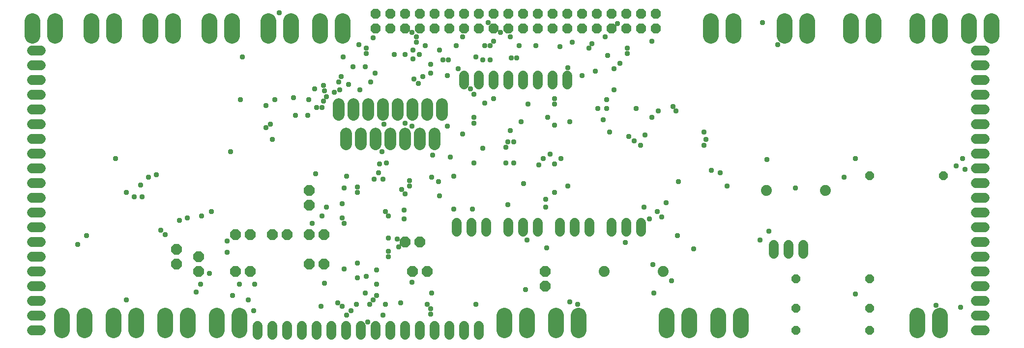
<source format=gbr>
G04 EAGLE Gerber X2 export*
%TF.Part,Single*%
%TF.FileFunction,Soldermask,Bot,1*%
%TF.FilePolarity,Negative*%
%TF.GenerationSoftware,Autodesk,EAGLE,8.7.0*%
%TF.CreationDate,2018-03-25T19:01:44Z*%
G75*
%MOMM*%
%FSLAX34Y34*%
%LPD*%
%AMOC8*
5,1,8,0,0,1.08239X$1,22.5*%
G01*
%ADD10P,1.951982X8X22.500000*%
%ADD11P,1.951982X8X112.500000*%
%ADD12P,1.951982X8X202.500000*%
%ADD13P,1.951982X8X292.500000*%
%ADD14C,1.879600*%
%ADD15C,2.717800*%
%ADD16C,1.727200*%
%ADD17P,1.852186X8X22.500000*%
%ADD18P,1.649562X8X22.500000*%
%ADD19C,2.003200*%
%ADD20C,0.959600*%


D10*
X406400Y190500D03*
X431800Y190500D03*
D11*
X215900Y127000D03*
X215900Y152400D03*
D10*
X406400Y139700D03*
X431800Y139700D03*
X342900Y190500D03*
X368300Y190500D03*
X279400Y190500D03*
X304800Y190500D03*
X279400Y127000D03*
X304800Y127000D03*
D12*
X596900Y177800D03*
X571500Y177800D03*
D13*
X177800Y165100D03*
X177800Y139700D03*
X812800Y127000D03*
X812800Y101600D03*
D12*
X609600Y127000D03*
X584200Y127000D03*
D14*
X1016000Y127000D03*
X914400Y127000D03*
X1295400Y266700D03*
X1193800Y266700D03*
D15*
X1339088Y533527D02*
X1339088Y558673D01*
X1378712Y558673D02*
X1378712Y533527D01*
X1150112Y50673D02*
X1150112Y25527D01*
X1110488Y25527D02*
X1110488Y50673D01*
D16*
X495300Y33020D02*
X495300Y17780D01*
X469900Y17780D02*
X469900Y33020D01*
X444500Y33020D02*
X444500Y17780D01*
X419100Y17780D02*
X419100Y33020D01*
X393700Y33020D02*
X393700Y17780D01*
X368300Y17780D02*
X368300Y33020D01*
X342900Y33020D02*
X342900Y17780D01*
X317500Y17780D02*
X317500Y33020D01*
X1554480Y25400D02*
X1569720Y25400D01*
X1569720Y50800D02*
X1554480Y50800D01*
X1554480Y76200D02*
X1569720Y76200D01*
X1569720Y101600D02*
X1554480Y101600D01*
X1554480Y127000D02*
X1569720Y127000D01*
X1569720Y152400D02*
X1554480Y152400D01*
X1554480Y177800D02*
X1569720Y177800D01*
X1569720Y203200D02*
X1554480Y203200D01*
X1554480Y228600D02*
X1569720Y228600D01*
X1569720Y254000D02*
X1554480Y254000D01*
X1554480Y279400D02*
X1569720Y279400D01*
X1569720Y304800D02*
X1554480Y304800D01*
X-55880Y25400D02*
X-71120Y25400D01*
X-71120Y50800D02*
X-55880Y50800D01*
X-55880Y76200D02*
X-71120Y76200D01*
X-71120Y101600D02*
X-55880Y101600D01*
X-55880Y127000D02*
X-71120Y127000D01*
X-71120Y152400D02*
X-55880Y152400D01*
X-55880Y177800D02*
X-71120Y177800D01*
X-71120Y203200D02*
X-55880Y203200D01*
X-55880Y228600D02*
X-71120Y228600D01*
X-71120Y254000D02*
X-55880Y254000D01*
X-55880Y279400D02*
X-71120Y279400D01*
X-71120Y304800D02*
X-55880Y304800D01*
X-55880Y508000D02*
X-71120Y508000D01*
X-71120Y482600D02*
X-55880Y482600D01*
X-55880Y457200D02*
X-71120Y457200D01*
X-71120Y431800D02*
X-55880Y431800D01*
X-55880Y406400D02*
X-71120Y406400D01*
X-71120Y381000D02*
X-55880Y381000D01*
X-55880Y355600D02*
X-71120Y355600D01*
X-71120Y330200D02*
X-55880Y330200D01*
X1554480Y330200D02*
X1569720Y330200D01*
X1569720Y355600D02*
X1554480Y355600D01*
X1554480Y381000D02*
X1569720Y381000D01*
X1569720Y406400D02*
X1554480Y406400D01*
X1554480Y431800D02*
X1569720Y431800D01*
X1569720Y457200D02*
X1554480Y457200D01*
X1554480Y482600D02*
X1569720Y482600D01*
X1569720Y508000D02*
X1554480Y508000D01*
D15*
X1061212Y50673D02*
X1061212Y25527D01*
X1021588Y25527D02*
X1021588Y50673D01*
D16*
X673100Y449580D02*
X673100Y464820D01*
X698500Y464820D02*
X698500Y449580D01*
X723900Y449580D02*
X723900Y464820D01*
X749300Y464820D02*
X749300Y449580D01*
X774700Y449580D02*
X774700Y464820D01*
X800100Y464820D02*
X800100Y449580D01*
X825500Y449580D02*
X825500Y464820D01*
X850900Y464820D02*
X850900Y449580D01*
D17*
X520700Y546100D03*
X520700Y571500D03*
X546100Y546100D03*
X546100Y571500D03*
X571500Y546100D03*
X571500Y571500D03*
X596900Y546100D03*
X596900Y571500D03*
X622300Y546100D03*
X622300Y571500D03*
X647700Y546100D03*
X647700Y571500D03*
X673100Y546100D03*
X673100Y571500D03*
X698500Y546100D03*
X698500Y571500D03*
X723900Y546100D03*
X723900Y571500D03*
X749300Y546100D03*
X749300Y571500D03*
X774700Y546100D03*
X774700Y571500D03*
X800100Y546100D03*
X800100Y571500D03*
X825500Y546100D03*
X825500Y571500D03*
X850900Y546100D03*
X850900Y571500D03*
X876300Y546100D03*
X876300Y571500D03*
X901700Y546100D03*
X901700Y571500D03*
X927100Y546100D03*
X927100Y571500D03*
X952500Y546100D03*
X952500Y571500D03*
X977900Y546100D03*
X977900Y571500D03*
X1003300Y546100D03*
X1003300Y571500D03*
D16*
X520700Y33020D02*
X520700Y17780D01*
X546100Y17780D02*
X546100Y33020D01*
X571500Y33020D02*
X571500Y17780D01*
X596900Y17780D02*
X596900Y33020D01*
X622300Y33020D02*
X622300Y17780D01*
X647700Y17780D02*
X647700Y33020D01*
X673100Y33020D02*
X673100Y17780D01*
X698500Y17780D02*
X698500Y33020D01*
D18*
X1371600Y292100D03*
X1498600Y292100D03*
X1244600Y114300D03*
X1371600Y114300D03*
D16*
X660400Y195580D02*
X660400Y210820D01*
X685800Y210820D02*
X685800Y195580D01*
X711200Y195580D02*
X711200Y210820D01*
X927100Y210820D02*
X927100Y195580D01*
X952500Y195580D02*
X952500Y210820D01*
X977900Y210820D02*
X977900Y195580D01*
X838200Y195580D02*
X838200Y210820D01*
X863600Y210820D02*
X863600Y195580D01*
X889000Y195580D02*
X889000Y210820D01*
X749300Y210820D02*
X749300Y195580D01*
X774700Y195580D02*
X774700Y210820D01*
X800100Y210820D02*
X800100Y195580D01*
X1206500Y172720D02*
X1206500Y157480D01*
X1231900Y157480D02*
X1231900Y172720D01*
X1257300Y172720D02*
X1257300Y157480D01*
D15*
X1581912Y533527D02*
X1581912Y558673D01*
X1542288Y558673D02*
X1542288Y533527D01*
X70612Y533527D02*
X70612Y558673D01*
X30988Y558673D02*
X30988Y533527D01*
X1493012Y533527D02*
X1493012Y558673D01*
X1453388Y558673D02*
X1453388Y533527D01*
X-30988Y533527D02*
X-30988Y558673D01*
X-70612Y558673D02*
X-70612Y533527D01*
X132588Y533527D02*
X132588Y558673D01*
X172212Y558673D02*
X172212Y533527D01*
X464312Y533527D02*
X464312Y558673D01*
X424688Y558673D02*
X424688Y533527D01*
X781812Y50673D02*
X781812Y25527D01*
X742188Y25527D02*
X742188Y50673D01*
X1137412Y533527D02*
X1137412Y558673D01*
X1097788Y558673D02*
X1097788Y533527D01*
X1264412Y533527D02*
X1264412Y558673D01*
X1224788Y558673D02*
X1224788Y533527D01*
X870712Y50673D02*
X870712Y25527D01*
X831088Y25527D02*
X831088Y50673D01*
X375412Y533527D02*
X375412Y558673D01*
X335788Y558673D02*
X335788Y533527D01*
X273812Y533527D02*
X273812Y558673D01*
X234188Y558673D02*
X234188Y533527D01*
D19*
X546100Y364600D02*
X546100Y346600D01*
X533400Y397400D02*
X533400Y415400D01*
X520700Y364600D02*
X520700Y346600D01*
X508000Y397400D02*
X508000Y415400D01*
X495300Y364600D02*
X495300Y346600D01*
X482600Y397400D02*
X482600Y415400D01*
X558800Y415400D02*
X558800Y397400D01*
X571500Y364600D02*
X571500Y346600D01*
X584200Y397400D02*
X584200Y415400D01*
X596900Y364600D02*
X596900Y346600D01*
X609600Y397400D02*
X609600Y415400D01*
X469900Y364600D02*
X469900Y346600D01*
X457200Y397400D02*
X457200Y415400D01*
X622300Y364600D02*
X622300Y346600D01*
X635000Y397400D02*
X635000Y415400D01*
D18*
X1244600Y63500D03*
X1371600Y63500D03*
X1244600Y25400D03*
X1371600Y25400D03*
D15*
X108712Y25527D02*
X108712Y50673D01*
X69088Y50673D02*
X69088Y25527D01*
X1453388Y25527D02*
X1453388Y50673D01*
X1493012Y50673D02*
X1493012Y25527D01*
D13*
X406400Y266700D03*
X406400Y241300D03*
D15*
X19812Y50673D02*
X19812Y25527D01*
X-19812Y25527D02*
X-19812Y50673D01*
X197612Y50673D02*
X197612Y25527D01*
X157988Y25527D02*
X157988Y50673D01*
X286512Y50673D02*
X286512Y25527D01*
X246888Y25527D02*
X246888Y50673D01*
D20*
X563880Y72390D03*
X617220Y89535D03*
X779145Y95250D03*
X992505Y217170D03*
X461010Y462915D03*
X428625Y409575D03*
X436245Y238125D03*
X466725Y131445D03*
X455295Y72390D03*
X615315Y483870D03*
X689610Y432435D03*
X723900Y424815D03*
X748665Y350520D03*
X689610Y314325D03*
X617220Y289560D03*
X491490Y518160D03*
X415290Y441960D03*
X405765Y422910D03*
X419100Y409575D03*
X428625Y222885D03*
X489585Y140970D03*
X630555Y508635D03*
X821055Y329565D03*
X802005Y310515D03*
X775335Y278130D03*
X560070Y169545D03*
X502920Y89535D03*
X506730Y40005D03*
X382905Y396240D03*
X1213485Y518160D03*
X558165Y182880D03*
X984885Y361950D03*
X1032510Y411480D03*
X470535Y51435D03*
X533400Y51435D03*
X582930Y108585D03*
X689610Y382905D03*
X670560Y363855D03*
X72390Y321945D03*
X813435Y238125D03*
X1327785Y289560D03*
X542925Y161925D03*
X781050Y180975D03*
X342900Y354330D03*
X539115Y314325D03*
X619125Y327660D03*
X655320Y291465D03*
X977265Y344805D03*
X1038225Y403860D03*
X954405Y502920D03*
X855345Y384810D03*
X689610Y392430D03*
X708660Y516255D03*
X704850Y491490D03*
X916305Y531495D03*
X1089660Y354330D03*
X1535430Y302895D03*
X859155Y521970D03*
X893445Y520065D03*
X1114425Y297180D03*
X838200Y514350D03*
X887730Y512445D03*
X931545Y476250D03*
X931545Y440055D03*
X1099185Y300990D03*
X1125855Y274320D03*
X851535Y478155D03*
X876300Y464820D03*
X918210Y422910D03*
X1085850Y367665D03*
X1194435Y320040D03*
X1243965Y270510D03*
X714375Y556260D03*
X718185Y516255D03*
X718185Y491490D03*
X708660Y417195D03*
X918210Y407670D03*
X969645Y407670D03*
X1531620Y321945D03*
X735330Y539115D03*
X767715Y516255D03*
X763905Y495300D03*
X817245Y392430D03*
X923925Y367665D03*
X1013460Y220980D03*
X1068705Y165735D03*
X636270Y491490D03*
X662940Y476250D03*
X902970Y407670D03*
X571500Y501015D03*
X487680Y70485D03*
X510540Y70485D03*
X537210Y70485D03*
X615315Y53340D03*
X868680Y70485D03*
X1000125Y89535D03*
X1346835Y87630D03*
X1485900Y68580D03*
X937260Y554355D03*
X1085850Y344805D03*
X1520190Y308610D03*
X590550Y531495D03*
X504825Y512445D03*
X430530Y447675D03*
X594360Y451485D03*
X571500Y382905D03*
X489585Y116205D03*
X590550Y521970D03*
X504825Y502920D03*
X432435Y438150D03*
X659130Y516255D03*
X596265Y501015D03*
X474345Y449580D03*
X459105Y440055D03*
X430530Y421005D03*
X220980Y222885D03*
X723900Y523875D03*
X693420Y497205D03*
X645795Y491490D03*
X512445Y453390D03*
X449580Y436245D03*
X436245Y428625D03*
X270510Y333375D03*
X91440Y262890D03*
X754380Y495300D03*
X704850Y339090D03*
X525780Y297180D03*
X196215Y219075D03*
X158115Y190500D03*
X752475Y531495D03*
X670560Y531495D03*
X582930Y539115D03*
X291465Y497205D03*
X142875Y293370D03*
X104775Y255270D03*
X828675Y424815D03*
X771525Y384810D03*
X531495Y333375D03*
X310515Y59055D03*
X796290Y516255D03*
X493395Y440055D03*
X457200Y453390D03*
X379095Y426720D03*
X584835Y493395D03*
X502920Y480060D03*
X481965Y480060D03*
X464820Y497205D03*
X346710Y422910D03*
X287655Y422910D03*
X996315Y392430D03*
X956310Y360045D03*
X628650Y281940D03*
X579120Y283845D03*
X489585Y272415D03*
X466725Y270510D03*
X411480Y209550D03*
X182880Y215265D03*
X150495Y198120D03*
X22860Y188595D03*
X7620Y173355D03*
X996315Y523875D03*
X828675Y312420D03*
X533400Y285750D03*
X462915Y219075D03*
X1007745Y403860D03*
X965835Y352425D03*
X828675Y262890D03*
X693420Y70485D03*
X609600Y70485D03*
X954405Y512445D03*
X840105Y321945D03*
X809625Y321945D03*
X649605Y323850D03*
X518160Y285750D03*
X462915Y243840D03*
X941070Y485775D03*
X851535Y274320D03*
X630555Y257175D03*
X571500Y260985D03*
X537210Y230505D03*
X466725Y209550D03*
X579120Y274320D03*
X521970Y129540D03*
X1186815Y556260D03*
X1042035Y281940D03*
X687705Y234315D03*
X354330Y573405D03*
X516255Y529590D03*
X1346835Y321945D03*
X1040130Y188595D03*
X950595Y177165D03*
X542925Y184785D03*
X569595Y217170D03*
X565785Y268605D03*
X516255Y78105D03*
X462915Y66675D03*
X426720Y66675D03*
X211455Y91440D03*
X1030605Y110490D03*
X129540Y289560D03*
X116205Y276225D03*
X234315Y123825D03*
X274320Y85725D03*
X542925Y152400D03*
X855345Y74295D03*
X615315Y62865D03*
X521970Y85725D03*
X504825Y118110D03*
X300990Y78105D03*
X264795Y160020D03*
X264795Y179070D03*
X238125Y230505D03*
X331470Y375285D03*
X920115Y499110D03*
X899160Y472440D03*
X828675Y415290D03*
X828675Y379095D03*
X582930Y377190D03*
X331470Y413385D03*
X339090Y381000D03*
X489585Y262890D03*
X521970Y104775D03*
X552450Y501015D03*
X584835Y508635D03*
X605790Y516255D03*
X615315Y468630D03*
X744855Y340995D03*
X744855Y314325D03*
X758190Y350520D03*
X758190Y314325D03*
X998220Y139065D03*
X1527810Y64770D03*
X478155Y59055D03*
X535305Y381000D03*
X1021080Y245745D03*
X912495Y388620D03*
X527685Y312420D03*
X470535Y291465D03*
X432435Y106680D03*
X312420Y104775D03*
X285750Y104775D03*
X219075Y104775D03*
X601980Y462915D03*
X520065Y468630D03*
X403860Y396240D03*
X118110Y255270D03*
X91440Y78105D03*
X586740Y459105D03*
X813435Y251460D03*
X982980Y238125D03*
X1005840Y230505D03*
X1183005Y180975D03*
X1198245Y196215D03*
X782955Y415290D03*
X752475Y369570D03*
X643890Y377190D03*
X683895Y441960D03*
X643890Y464820D03*
X417195Y295275D03*
X542925Y222885D03*
X569595Y232410D03*
X655320Y234315D03*
X748665Y241935D03*
X815340Y167640D03*
M02*

</source>
